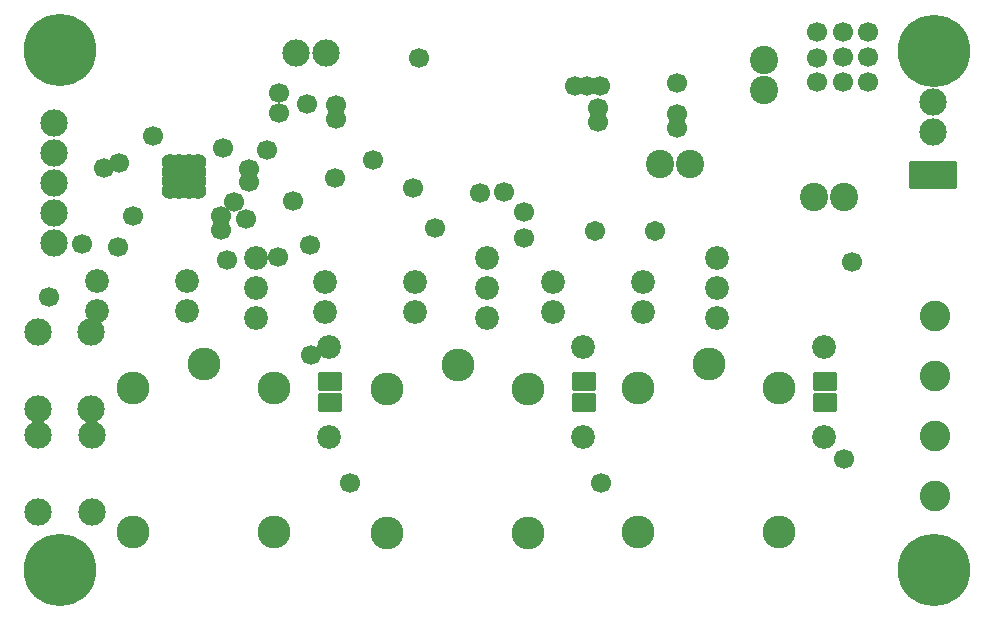
<source format=gbr>
G04 EAGLE Gerber X2 export*
G75*
%MOMM*%
%FSLAX34Y34*%
%LPD*%
%AMOC8*
5,1,8,0,0,1.08239X$1,22.5*%
G01*
%ADD10C,2.324000*%
%ADD11C,1.714400*%
%ADD12C,2.400200*%
%ADD13C,1.409600*%
%ADD14C,2.781200*%
%ADD15C,2.019200*%
%ADD16C,0.400000*%
%ADD17C,0.315000*%
%ADD18C,6.134000*%
%ADD19C,2.590700*%
%ADD20C,1.700000*%


D10*
X57006Y143912D03*
X11794Y143912D03*
X57006Y78888D03*
X11794Y78888D03*
X11594Y166088D03*
X56806Y166088D03*
X11594Y231112D03*
X56806Y231112D03*
D11*
X533800Y316900D03*
X483000Y316900D03*
D12*
X538500Y373300D03*
X563900Y373300D03*
D13*
X123100Y375100D03*
X131100Y375100D03*
X139100Y375100D03*
X147100Y375100D03*
X147100Y367100D03*
X147100Y359100D03*
X147100Y351100D03*
X139100Y351100D03*
X131100Y351100D03*
X123100Y351100D03*
X123100Y359100D03*
X123100Y367100D03*
X131100Y367100D03*
X139100Y367100D03*
X139100Y359100D03*
X131100Y359100D03*
D14*
X579400Y204550D03*
X519710Y184230D03*
X639090Y184230D03*
X639090Y62310D03*
X519710Y62310D03*
D15*
X677400Y218900D03*
X677400Y142700D03*
X586700Y294200D03*
X586700Y243400D03*
X586700Y268800D03*
X447500Y274100D03*
X447500Y248700D03*
X523700Y248700D03*
X523700Y274100D03*
D16*
X685400Y177800D02*
X685400Y165800D01*
X669400Y165800D01*
X669400Y177800D01*
X685400Y177800D01*
X685400Y169799D02*
X669400Y169799D01*
X669400Y173798D02*
X685400Y173798D01*
X685400Y177797D02*
X669400Y177797D01*
X685400Y183800D02*
X685400Y195800D01*
X685400Y183800D02*
X669400Y183800D01*
X669400Y195800D01*
X685400Y195800D01*
X685400Y187799D02*
X669400Y187799D01*
X669400Y191798D02*
X685400Y191798D01*
X685400Y195797D02*
X669400Y195797D01*
D12*
X694300Y345700D03*
X668900Y345700D03*
D17*
X751075Y354463D02*
X768925Y354463D01*
X751075Y354463D02*
X751075Y374313D01*
X768925Y374313D01*
X768925Y354463D01*
X768925Y357612D02*
X751075Y357612D01*
X751075Y360761D02*
X768925Y360761D01*
X768925Y363910D02*
X751075Y363910D01*
X751075Y367059D02*
X768925Y367059D01*
X768925Y370208D02*
X751075Y370208D01*
X751075Y373357D02*
X768925Y373357D01*
X770075Y354463D02*
X787925Y354463D01*
X770075Y354463D02*
X770075Y374313D01*
X787925Y374313D01*
X787925Y354463D01*
X787925Y357612D02*
X770075Y357612D01*
X770075Y360761D02*
X787925Y360761D01*
X787925Y363910D02*
X770075Y363910D01*
X770075Y367059D02*
X787925Y367059D01*
X787925Y370208D02*
X770075Y370208D01*
X770075Y373357D02*
X787925Y373357D01*
D12*
X626100Y462000D03*
X626100Y436600D03*
D18*
X30200Y469800D03*
X769900Y469700D03*
X30100Y30000D03*
X769900Y29900D03*
D10*
X769500Y400500D03*
X769500Y425900D03*
D19*
X770850Y244900D03*
X770850Y194100D03*
X770850Y143300D03*
X770850Y92500D03*
D14*
X151800Y204250D03*
X92110Y183930D03*
X211490Y183930D03*
X211490Y62010D03*
X92110Y62010D03*
D15*
X258000Y219100D03*
X258000Y142900D03*
X196100Y294100D03*
X196100Y243300D03*
X196100Y268700D03*
X61100Y274300D03*
X61100Y248900D03*
X137300Y248900D03*
X137300Y274300D03*
D16*
X266000Y178000D02*
X266000Y166000D01*
X250000Y166000D01*
X250000Y178000D01*
X266000Y178000D01*
X266000Y169999D02*
X250000Y169999D01*
X250000Y173998D02*
X266000Y173998D01*
X266000Y177997D02*
X250000Y177997D01*
X266000Y184000D02*
X266000Y196000D01*
X266000Y184000D02*
X250000Y184000D01*
X250000Y196000D01*
X266000Y196000D01*
X266000Y187999D02*
X250000Y187999D01*
X250000Y191998D02*
X266000Y191998D01*
X266000Y195997D02*
X250000Y195997D01*
D14*
X366800Y203850D03*
X307110Y183530D03*
X426490Y183530D03*
X426490Y61610D03*
X307110Y61610D03*
D15*
X473100Y218900D03*
X473100Y142700D03*
X391900Y294000D03*
X391900Y243200D03*
X391900Y268600D03*
X254800Y274100D03*
X254800Y248700D03*
X331000Y248700D03*
X331000Y274100D03*
D16*
X481100Y177800D02*
X481100Y165800D01*
X465100Y165800D01*
X465100Y177800D01*
X481100Y177800D01*
X481100Y169799D02*
X465100Y169799D01*
X465100Y173798D02*
X481100Y173798D01*
X481100Y177797D02*
X465100Y177797D01*
X481100Y183800D02*
X481100Y195800D01*
X481100Y183800D02*
X465100Y183800D01*
X465100Y195800D01*
X481100Y195800D01*
X481100Y187799D02*
X465100Y187799D01*
X465100Y191798D02*
X481100Y191798D01*
X481100Y195797D02*
X465100Y195797D01*
D10*
X230200Y467200D03*
X255600Y467200D03*
X25400Y408400D03*
X25400Y383000D03*
X25400Y357600D03*
X25400Y332200D03*
X25400Y306800D03*
D20*
X21000Y261400D03*
X215600Y433400D03*
X215700Y416700D03*
X48700Y306200D03*
X671000Y485000D03*
X693000Y485000D03*
X714000Y485000D03*
X671000Y463000D03*
X693000Y464000D03*
X714000Y464000D03*
X671000Y443000D03*
X693000Y443000D03*
X714000Y443000D03*
X700500Y290800D03*
X263600Y423400D03*
X347500Y319200D03*
X172000Y292400D03*
X241900Y304700D03*
X79300Y303700D03*
X67300Y369900D03*
X476800Y439300D03*
X295600Y376700D03*
X466000Y439300D03*
X263700Y411300D03*
X486000Y409300D03*
X487700Y439400D03*
X333800Y463200D03*
X189900Y369200D03*
X177500Y341700D03*
X205600Y385400D03*
X187900Y326900D03*
X189800Y358000D03*
X227200Y342100D03*
X166900Y318000D03*
X263100Y361900D03*
X239100Y424500D03*
X108600Y397500D03*
X328900Y353200D03*
X243000Y212300D03*
X405800Y349500D03*
X552900Y442500D03*
X552900Y404100D03*
X423400Y311000D03*
X552900Y415600D03*
X423400Y332600D03*
X486000Y420800D03*
X385900Y348800D03*
X168000Y387400D03*
X80500Y374100D03*
X166800Y329300D03*
X92400Y329800D03*
X214600Y295000D03*
X693900Y123800D03*
X275500Y103800D03*
X488600Y103400D03*
M02*

</source>
